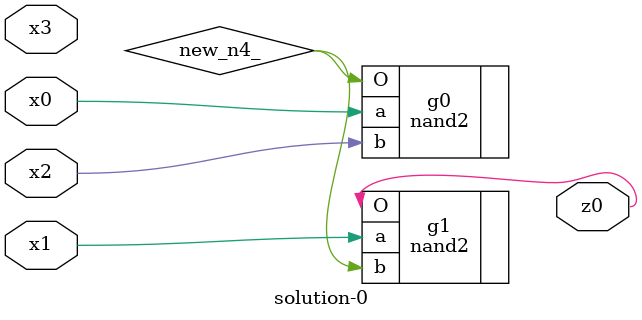
<source format=v>
module \solution-0 (
  x0, x1, x2, x3,
  z0 );
  input x0, x1, x2, x3;
  output z0;
  wire new_n4_;
  nand2  g0(.a(x0), .b(x2), .O(new_n4_));
  nand2  g1(.a(x1), .b(new_n4_), .O(z0));
endmodule

</source>
